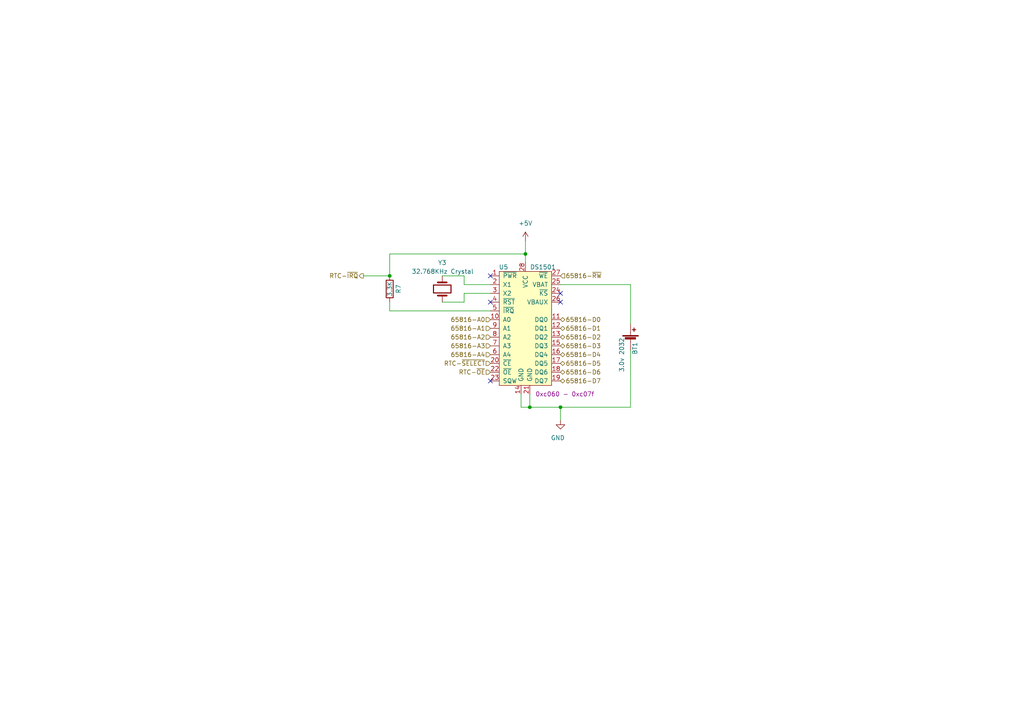
<source format=kicad_sch>
(kicad_sch (version 20211123) (generator eeschema)
  (paper "A4")
  (title_block (title "ROL") (date "2022-01-07") (rev "1.0"))
  (lib_symbols
    (symbol "Device:Battery_Cell" (pin_numbers hide) (pin_names (offset 0) hide)
      (property "Reference" "BT" (at 2.54 2.54 0))
      (property "Value" "Battery_Cell" (at 2.54 0 0))
      (symbol "Battery_Cell_0_1"
        (rectangle (start -2.286 1.778) (end 2.286 1.524) (fill (type outline)))
        (rectangle (start -1.5748 1.1938) (end 1.4732 0.6858) (fill (type outline)))
        (polyline (pts (xy 0 0.762) (xy 0 0)))
        (polyline (pts (xy 0 1.778) (xy 0 2.54)))
        (polyline (pts (xy 0.508 3.429) (xy 1.524 3.429)) (stroke (width 0.254)))
        (polyline (pts (xy 1.016 3.937) (xy 1.016 2.921)) (stroke (width 0.254)))
      )
      (symbol "Battery_Cell_1_1"
        (pin passive line (at 0 5.08 270) (length 2.54) (name "+") (number "1"))
        (pin passive line (at 0 -2.54 90) (length 2.54) (name "-") (number "2"))
      )
    )
    (symbol "Device:Crystal" (pin_numbers hide) (pin_names (offset 1.016) hide)
      (property "Reference" "Y" (at 0 3.81 0))
      (property "Value" "Crystal" (at 0 -3.81 0))
      (symbol "Crystal_0_1"
        (rectangle (start -1.143 2.54) (end 1.143 -2.54) (stroke (width 0.3048)))
        (polyline (pts (xy -2.54 0) (xy -1.905 0)))
        (polyline (pts (xy -1.905 -1.27) (xy -1.905 1.27)) (stroke (width 0.508)))
        (polyline (pts (xy 1.905 -1.27) (xy 1.905 1.27)) (stroke (width 0.508)))
        (polyline (pts (xy 2.54 0) (xy 1.905 0)))
      )
      (symbol "Crystal_1_1"
        (pin passive line (at -3.81 0 0) (length 1.27) (name "1") (number "1"))
        (pin passive line (at 3.81 0 180) (length 1.27) (name "2") (number "2"))
      )
    )
    (symbol "Device:R" (pin_numbers hide) (pin_names (offset 0))
      (property "Reference" "R" (at 2.032 0 90))
      (property "Value" "R" (at 0 0 90))
      (symbol "R_0_1"
        (rectangle (start -1.016 -2.54) (end 1.016 2.54) (stroke (width 0.254)))
      )
      (symbol "R_1_1"
        (pin passive line (at 0 3.81 270) (length 1.27) (name "~") (number "1"))
        (pin passive line (at 0 -3.81 90) (length 1.27) (name "~") (number "2"))
      )
    )
    (symbol "power:+5V" (power) (pin_names (offset 0))
      (property "Value" "+5V" (at 0 3.556 0))
      (symbol "+5V_0_1"
        (polyline (pts (xy -0.762 1.27) (xy 0 2.54)))
        (polyline (pts (xy 0 0) (xy 0 2.54)))
        (polyline (pts (xy 0 2.54) (xy 0.762 1.27)))
      )
      (symbol "+5V_1_1"
        (pin power_in line (at 0 0 90) (length 0) hide (name "+5V") (number "1"))
      )
    )
    (symbol "power:GND" (power) (pin_names (offset 0))
      (property "Value" "GND" (at 0 -3.81 0))
      (symbol "GND_0_1"
        (polyline (pts (xy 0 0) (xy 0 -1.27) (xy 1.27 -1.27) (xy 0 -2.54) (xy -1.27 -1.27) (xy 0 -1.27)))
      )
      (symbol "GND_1_1"
        (pin power_in line (at 0 0 270) (length 0) hide (name "GND") (number "1"))
      )
    )
    (symbol "rol:DS1501" (pin_names (offset 1.016))
      (property "Reference" "U" (at -6.35 17.78 0))
      (property "Value" "DS1501" (at 5.08 17.78 0))
      (symbol "DS1501_0_1"
        (rectangle (start -7.62 16.51) (end 7.62 -16.51) (fill (type background)))
      )
      (symbol "DS1501_1_1"
        (pin output line (at -10.16 15.24 0) (length 2.54) (name "~{PWR}") (number "1"))
        (pin input line (at -10.16 2.54 0) (length 2.54) (name "A0") (number "10"))
        (pin bidirectional line (at 10.16 2.54 180) (length 2.54) (name "DQ0") (number "11"))
        (pin bidirectional line (at 10.16 0 180) (length 2.54) (name "DQ1") (number "12"))
        (pin bidirectional line (at 10.16 -2.54 180) (length 2.54) (name "DQ2") (number "13"))
        (pin power_in line (at -1.27 -19.05 90) (length 2.54) (name "GND") (number "14"))
        (pin bidirectional line (at 10.16 -5.08 180) (length 2.54) (name "DQ3") (number "15"))
        (pin bidirectional line (at 10.16 -7.62 180) (length 2.54) (name "DQ4") (number "16"))
        (pin bidirectional line (at 10.16 -10.16 180) (length 2.54) (name "DQ5") (number "17"))
        (pin bidirectional line (at 10.16 -12.7 180) (length 2.54) (name "DQ6") (number "18"))
        (pin bidirectional line (at 10.16 -15.24 180) (length 2.54) (name "DQ7") (number "19"))
        (pin input line (at -10.16 12.7 0) (length 2.54) (name "X1") (number "2"))
        (pin input line (at -10.16 -10.16 0) (length 2.54) (name "~{CE}") (number "20"))
        (pin power_in line (at 1.27 -19.05 90) (length 2.54) (name "GND") (number "21"))
        (pin input line (at -10.16 -12.7 0) (length 2.54) (name "~{OE}") (number "22"))
        (pin output line (at -10.16 -15.24 0) (length 2.54) (name "SQW") (number "23"))
        (pin input line (at 10.16 10.16 180) (length 2.54) (name "~{KS}") (number "24"))
        (pin input line (at 10.16 12.7 180) (length 2.54) (name "VBAT") (number "25"))
        (pin input line (at 10.16 7.62 180) (length 2.54) (name "VBAUX") (number "26"))
        (pin input line (at 10.16 15.24 180) (length 2.54) (name "~{WE}") (number "27"))
        (pin power_in line (at 0 19.05 270) (length 2.54) (name "VCC") (number "28"))
        (pin input line (at -10.16 10.16 0) (length 2.54) (name "X2") (number "3"))
        (pin output line (at -10.16 7.62 0) (length 2.54) (name "~{RST}") (number "4"))
        (pin output line (at -10.16 5.08 0) (length 2.54) (name "~{IRQ}") (number "5"))
        (pin input line (at -10.16 -7.62 0) (length 2.54) (name "A4") (number "6"))
        (pin input line (at -10.16 -5.08 0) (length 2.54) (name "A3") (number "7"))
        (pin input line (at -10.16 -2.54 0) (length 2.54) (name "A2") (number "8"))
        (pin input line (at -10.16 0 0) (length 2.54) (name "A1") (number "9"))
      )
    )
  )
  (junction (at 162.56 118.11))
  (junction (at 152.4 73.66))
  (junction (at 153.67 118.11))
  (junction (at 113.03 80.01))
  (no_connect (at 162.56 85.09))
  (no_connect (at 142.24 87.63))
  (no_connect (at 142.24 110.49))
  (no_connect (at 142.24 80.01))
  (no_connect (at 162.56 87.63))
  (wire (pts (xy 182.88 101.6) (xy 182.88 118.11)))
  (wire (pts (xy 152.4 76.2) (xy 152.4 73.66)))
  (wire (pts (xy 142.24 85.09) (xy 134.62 85.09)))
  (wire (pts (xy 182.88 82.55) (xy 182.88 93.98)))
  (wire (pts (xy 134.62 80.01) (xy 128.27 80.01)))
  (wire (pts (xy 134.62 87.63) (xy 128.27 87.63)))
  (wire (pts (xy 162.56 121.92) (xy 162.56 118.11)))
  (wire (pts (xy 134.62 85.09) (xy 134.62 87.63)))
  (wire (pts (xy 153.67 114.3) (xy 153.67 118.11)))
  (wire (pts (xy 113.03 87.63) (xy 113.03 90.17)))
  (wire (pts (xy 113.03 80.01) (xy 105.41 80.01)))
  (wire (pts (xy 113.03 73.66) (xy 113.03 80.01)))
  (wire (pts (xy 134.62 82.55) (xy 134.62 80.01)))
  (wire (pts (xy 162.56 82.55) (xy 182.88 82.55)))
  (wire (pts (xy 151.13 114.3) (xy 151.13 118.11)))
  (wire (pts (xy 142.24 82.55) (xy 134.62 82.55)))
  (wire (pts (xy 162.56 118.11) (xy 153.67 118.11)))
  (wire (pts (xy 113.03 73.66) (xy 152.4 73.66)))
  (wire (pts (xy 113.03 90.17) (xy 142.24 90.17)))
  (wire (pts (xy 162.56 118.11) (xy 182.88 118.11)))
  (wire (pts (xy 151.13 118.11) (xy 153.67 118.11)))
  (wire (pts (xy 152.4 73.66) (xy 152.4 69.85)))
  (hierarchical_label "65816-D7" (shape bidirectional) (at 162.56 110.49 0))
  (hierarchical_label "65816-D4" (shape bidirectional) (at 162.56 102.87 0))
  (hierarchical_label "65816-A2" (shape input) (at 142.24 97.79 180))
  (hierarchical_label "65816-D3" (shape bidirectional) (at 162.56 100.33 0))
  (hierarchical_label "65816-D5" (shape bidirectional) (at 162.56 105.41 0))
  (hierarchical_label "65816-A0" (shape input) (at 142.24 92.71 180))
  (hierarchical_label "RTC-~{OE}" (shape input) (at 142.24 107.95 180))
  (hierarchical_label "65816-D1" (shape bidirectional) (at 162.56 95.25 0))
  (hierarchical_label "65816-A1" (shape input) (at 142.24 95.25 180))
  (hierarchical_label "65816-D6" (shape bidirectional) (at 162.56 107.95 0))
  (hierarchical_label "65816-A4" (shape input) (at 142.24 102.87 180))
  (hierarchical_label "65816-~{RW}" (shape input) (at 162.56 80.01 0))
  (hierarchical_label "RTC-~{IRQ}" (shape output) (at 105.41 80.01 180))
  (hierarchical_label "65816-A3" (shape input) (at 142.24 100.33 180))
  (hierarchical_label "RTC-~{SELECT}" (shape input) (at 142.24 105.41 180))
  (hierarchical_label "65816-D0" (shape bidirectional) (at 162.56 92.71 0))
  (hierarchical_label "65816-D2" (shape bidirectional) (at 162.56 97.79 0))
  (symbol (lib_id "rol:DS1501") (at 152.4 95.25 0) (unit 1)
    (property "Reference" "U5" (at 146.05 77.47 0))
    (property "Value" "DS1501" (at 157.48 77.47 0))
    (property "Address" "0xc060 - 0xc07f" (at 163.83 114.3 0))
  )
  (symbol (lib_id "power:GND") (at 162.56 121.92 0)
    (property "Reference" "#PWR012" (effects hide))
    (property "Value" "GND" (at 163.83 127 0) (effects (justify right)))
  )
  (symbol (lib_id "Device:Crystal") (at 128.27 83.82 270) (unit 1)
    (property "Reference" "Y3" (at 127 76.2 90) (effects (justify left)))
    (property "Value" "32.768KHz Crystal" (at 119.38 78.74 90) (effects (justify left)))
  )
  (symbol (lib_id "Device:Battery_Cell") (at 182.88 99.06 0) (unit 1)
    (property "Reference" "BT1" (at 184.15 102.87 90) (effects (justify left)))
    (property "Value" "3.0v 2032" (at 180.34 107.95 90) (effects (justify left)))
  )
  (symbol (lib_id "power:+5V") (at 152.4 69.85 0) (unit 1)
    (property "Reference" "#PWR011" (effects hide))
    (property "Value" "+5V" (at 152.4 64.77 0))
  )
  (symbol (lib_id "Device:R") (at 113.03 83.82 0) (unit 1)
    (property "Reference" "R7" (at 115.57 83.82 90))
    (property "Value" "3.3K" (at 113.03 83.82 90))
  )
)
</source>
